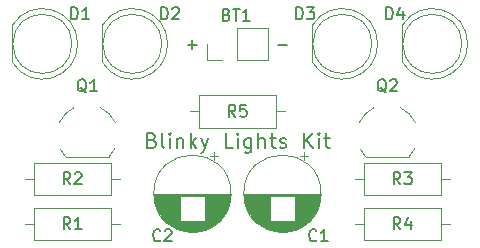
<source format=gbr>
G04 #@! TF.GenerationSoftware,KiCad,Pcbnew,(6.0.6)*
G04 #@! TF.CreationDate,2022-07-01T01:06:20-04:00*
G04 #@! TF.ProjectId,C,432e6b69-6361-4645-9f70-636258585858,rev?*
G04 #@! TF.SameCoordinates,Original*
G04 #@! TF.FileFunction,Legend,Top*
G04 #@! TF.FilePolarity,Positive*
%FSLAX46Y46*%
G04 Gerber Fmt 4.6, Leading zero omitted, Abs format (unit mm)*
G04 Created by KiCad (PCBNEW (6.0.6)) date 2022-07-01 01:06:20*
%MOMM*%
%LPD*%
G01*
G04 APERTURE LIST*
%ADD10C,0.150000*%
%ADD11C,0.152400*%
%ADD12C,0.120000*%
G04 APERTURE END LIST*
D10*
X154559047Y-81351428D02*
X155320952Y-81351428D01*
X154940000Y-81732380D02*
X154940000Y-80970476D01*
D11*
X151523095Y-89444285D02*
X151704523Y-89504761D01*
X151765000Y-89565238D01*
X151825476Y-89686190D01*
X151825476Y-89867619D01*
X151765000Y-89988571D01*
X151704523Y-90049047D01*
X151583571Y-90109523D01*
X151099761Y-90109523D01*
X151099761Y-88839523D01*
X151523095Y-88839523D01*
X151644047Y-88900000D01*
X151704523Y-88960476D01*
X151765000Y-89081428D01*
X151765000Y-89202380D01*
X151704523Y-89323333D01*
X151644047Y-89383809D01*
X151523095Y-89444285D01*
X151099761Y-89444285D01*
X152551190Y-90109523D02*
X152430238Y-90049047D01*
X152369761Y-89928095D01*
X152369761Y-88839523D01*
X153035000Y-90109523D02*
X153035000Y-89262857D01*
X153035000Y-88839523D02*
X152974523Y-88900000D01*
X153035000Y-88960476D01*
X153095476Y-88900000D01*
X153035000Y-88839523D01*
X153035000Y-88960476D01*
X153639761Y-89262857D02*
X153639761Y-90109523D01*
X153639761Y-89383809D02*
X153700238Y-89323333D01*
X153821190Y-89262857D01*
X154002619Y-89262857D01*
X154123571Y-89323333D01*
X154184047Y-89444285D01*
X154184047Y-90109523D01*
X154788809Y-90109523D02*
X154788809Y-88839523D01*
X154909761Y-89625714D02*
X155272619Y-90109523D01*
X155272619Y-89262857D02*
X154788809Y-89746666D01*
X155695952Y-89262857D02*
X155998333Y-90109523D01*
X156300714Y-89262857D02*
X155998333Y-90109523D01*
X155877380Y-90411904D01*
X155816904Y-90472380D01*
X155695952Y-90532857D01*
X158356904Y-90109523D02*
X157752142Y-90109523D01*
X157752142Y-88839523D01*
X158780238Y-90109523D02*
X158780238Y-89262857D01*
X158780238Y-88839523D02*
X158719761Y-88900000D01*
X158780238Y-88960476D01*
X158840714Y-88900000D01*
X158780238Y-88839523D01*
X158780238Y-88960476D01*
X159929285Y-89262857D02*
X159929285Y-90290952D01*
X159868809Y-90411904D01*
X159808333Y-90472380D01*
X159687380Y-90532857D01*
X159505952Y-90532857D01*
X159385000Y-90472380D01*
X159929285Y-90049047D02*
X159808333Y-90109523D01*
X159566428Y-90109523D01*
X159445476Y-90049047D01*
X159385000Y-89988571D01*
X159324523Y-89867619D01*
X159324523Y-89504761D01*
X159385000Y-89383809D01*
X159445476Y-89323333D01*
X159566428Y-89262857D01*
X159808333Y-89262857D01*
X159929285Y-89323333D01*
X160534047Y-90109523D02*
X160534047Y-88839523D01*
X161078333Y-90109523D02*
X161078333Y-89444285D01*
X161017857Y-89323333D01*
X160896904Y-89262857D01*
X160715476Y-89262857D01*
X160594523Y-89323333D01*
X160534047Y-89383809D01*
X161501666Y-89262857D02*
X161985476Y-89262857D01*
X161683095Y-88839523D02*
X161683095Y-89928095D01*
X161743571Y-90049047D01*
X161864523Y-90109523D01*
X161985476Y-90109523D01*
X162348333Y-90049047D02*
X162469285Y-90109523D01*
X162711190Y-90109523D01*
X162832142Y-90049047D01*
X162892619Y-89928095D01*
X162892619Y-89867619D01*
X162832142Y-89746666D01*
X162711190Y-89686190D01*
X162529761Y-89686190D01*
X162408809Y-89625714D01*
X162348333Y-89504761D01*
X162348333Y-89444285D01*
X162408809Y-89323333D01*
X162529761Y-89262857D01*
X162711190Y-89262857D01*
X162832142Y-89323333D01*
X164404523Y-90109523D02*
X164404523Y-88839523D01*
X165130238Y-90109523D02*
X164585952Y-89383809D01*
X165130238Y-88839523D02*
X164404523Y-89565238D01*
X165674523Y-90109523D02*
X165674523Y-89262857D01*
X165674523Y-88839523D02*
X165614047Y-88900000D01*
X165674523Y-88960476D01*
X165735000Y-88900000D01*
X165674523Y-88839523D01*
X165674523Y-88960476D01*
X166097857Y-89262857D02*
X166581666Y-89262857D01*
X166279285Y-88839523D02*
X166279285Y-89928095D01*
X166339761Y-90049047D01*
X166460714Y-90109523D01*
X166581666Y-90109523D01*
D10*
X162179047Y-81351428D02*
X162940952Y-81351428D01*
X157837285Y-78795571D02*
X157980142Y-78843190D01*
X158027761Y-78890809D01*
X158075380Y-78986047D01*
X158075380Y-79128904D01*
X158027761Y-79224142D01*
X157980142Y-79271761D01*
X157884904Y-79319380D01*
X157503952Y-79319380D01*
X157503952Y-78319380D01*
X157837285Y-78319380D01*
X157932523Y-78367000D01*
X157980142Y-78414619D01*
X158027761Y-78509857D01*
X158027761Y-78605095D01*
X157980142Y-78700333D01*
X157932523Y-78747952D01*
X157837285Y-78795571D01*
X157503952Y-78795571D01*
X158361095Y-78319380D02*
X158932523Y-78319380D01*
X158646809Y-79319380D02*
X158646809Y-78319380D01*
X159789666Y-79319380D02*
X159218238Y-79319380D01*
X159503952Y-79319380D02*
X159503952Y-78319380D01*
X159408714Y-78462238D01*
X159313476Y-78557476D01*
X159218238Y-78605095D01*
X144676904Y-79192380D02*
X144676904Y-78192380D01*
X144915000Y-78192380D01*
X145057857Y-78240000D01*
X145153095Y-78335238D01*
X145200714Y-78430476D01*
X145248333Y-78620952D01*
X145248333Y-78763809D01*
X145200714Y-78954285D01*
X145153095Y-79049523D01*
X145057857Y-79144761D01*
X144915000Y-79192380D01*
X144676904Y-79192380D01*
X146200714Y-79192380D02*
X145629285Y-79192380D01*
X145915000Y-79192380D02*
X145915000Y-78192380D01*
X145819761Y-78335238D01*
X145724523Y-78430476D01*
X145629285Y-78478095D01*
X152296904Y-79192380D02*
X152296904Y-78192380D01*
X152535000Y-78192380D01*
X152677857Y-78240000D01*
X152773095Y-78335238D01*
X152820714Y-78430476D01*
X152868333Y-78620952D01*
X152868333Y-78763809D01*
X152820714Y-78954285D01*
X152773095Y-79049523D01*
X152677857Y-79144761D01*
X152535000Y-79192380D01*
X152296904Y-79192380D01*
X153249285Y-78287619D02*
X153296904Y-78240000D01*
X153392142Y-78192380D01*
X153630238Y-78192380D01*
X153725476Y-78240000D01*
X153773095Y-78287619D01*
X153820714Y-78382857D01*
X153820714Y-78478095D01*
X153773095Y-78620952D01*
X153201666Y-79192380D01*
X153820714Y-79192380D01*
X163726904Y-79192380D02*
X163726904Y-78192380D01*
X163965000Y-78192380D01*
X164107857Y-78240000D01*
X164203095Y-78335238D01*
X164250714Y-78430476D01*
X164298333Y-78620952D01*
X164298333Y-78763809D01*
X164250714Y-78954285D01*
X164203095Y-79049523D01*
X164107857Y-79144761D01*
X163965000Y-79192380D01*
X163726904Y-79192380D01*
X164631666Y-78192380D02*
X165250714Y-78192380D01*
X164917380Y-78573333D01*
X165060238Y-78573333D01*
X165155476Y-78620952D01*
X165203095Y-78668571D01*
X165250714Y-78763809D01*
X165250714Y-79001904D01*
X165203095Y-79097142D01*
X165155476Y-79144761D01*
X165060238Y-79192380D01*
X164774523Y-79192380D01*
X164679285Y-79144761D01*
X164631666Y-79097142D01*
X144613333Y-96972380D02*
X144280000Y-96496190D01*
X144041904Y-96972380D02*
X144041904Y-95972380D01*
X144422857Y-95972380D01*
X144518095Y-96020000D01*
X144565714Y-96067619D01*
X144613333Y-96162857D01*
X144613333Y-96305714D01*
X144565714Y-96400952D01*
X144518095Y-96448571D01*
X144422857Y-96496190D01*
X144041904Y-96496190D01*
X145565714Y-96972380D02*
X144994285Y-96972380D01*
X145280000Y-96972380D02*
X145280000Y-95972380D01*
X145184761Y-96115238D01*
X145089523Y-96210476D01*
X144994285Y-96258095D01*
X144613333Y-93162380D02*
X144280000Y-92686190D01*
X144041904Y-93162380D02*
X144041904Y-92162380D01*
X144422857Y-92162380D01*
X144518095Y-92210000D01*
X144565714Y-92257619D01*
X144613333Y-92352857D01*
X144613333Y-92495714D01*
X144565714Y-92590952D01*
X144518095Y-92638571D01*
X144422857Y-92686190D01*
X144041904Y-92686190D01*
X144994285Y-92257619D02*
X145041904Y-92210000D01*
X145137142Y-92162380D01*
X145375238Y-92162380D01*
X145470476Y-92210000D01*
X145518095Y-92257619D01*
X145565714Y-92352857D01*
X145565714Y-92448095D01*
X145518095Y-92590952D01*
X144946666Y-93162380D01*
X145565714Y-93162380D01*
X172553333Y-93162380D02*
X172220000Y-92686190D01*
X171981904Y-93162380D02*
X171981904Y-92162380D01*
X172362857Y-92162380D01*
X172458095Y-92210000D01*
X172505714Y-92257619D01*
X172553333Y-92352857D01*
X172553333Y-92495714D01*
X172505714Y-92590952D01*
X172458095Y-92638571D01*
X172362857Y-92686190D01*
X171981904Y-92686190D01*
X172886666Y-92162380D02*
X173505714Y-92162380D01*
X173172380Y-92543333D01*
X173315238Y-92543333D01*
X173410476Y-92590952D01*
X173458095Y-92638571D01*
X173505714Y-92733809D01*
X173505714Y-92971904D01*
X173458095Y-93067142D01*
X173410476Y-93114761D01*
X173315238Y-93162380D01*
X173029523Y-93162380D01*
X172934285Y-93114761D01*
X172886666Y-93067142D01*
X172553333Y-96972380D02*
X172220000Y-96496190D01*
X171981904Y-96972380D02*
X171981904Y-95972380D01*
X172362857Y-95972380D01*
X172458095Y-96020000D01*
X172505714Y-96067619D01*
X172553333Y-96162857D01*
X172553333Y-96305714D01*
X172505714Y-96400952D01*
X172458095Y-96448571D01*
X172362857Y-96496190D01*
X171981904Y-96496190D01*
X173410476Y-96305714D02*
X173410476Y-96972380D01*
X173172380Y-95924761D02*
X172934285Y-96639047D01*
X173553333Y-96639047D01*
X158583333Y-87447380D02*
X158250000Y-86971190D01*
X158011904Y-87447380D02*
X158011904Y-86447380D01*
X158392857Y-86447380D01*
X158488095Y-86495000D01*
X158535714Y-86542619D01*
X158583333Y-86637857D01*
X158583333Y-86780714D01*
X158535714Y-86875952D01*
X158488095Y-86923571D01*
X158392857Y-86971190D01*
X158011904Y-86971190D01*
X159488095Y-86447380D02*
X159011904Y-86447380D01*
X158964285Y-86923571D01*
X159011904Y-86875952D01*
X159107142Y-86828333D01*
X159345238Y-86828333D01*
X159440476Y-86875952D01*
X159488095Y-86923571D01*
X159535714Y-87018809D01*
X159535714Y-87256904D01*
X159488095Y-87352142D01*
X159440476Y-87399761D01*
X159345238Y-87447380D01*
X159107142Y-87447380D01*
X159011904Y-87399761D01*
X158964285Y-87352142D01*
X171346904Y-79192380D02*
X171346904Y-78192380D01*
X171585000Y-78192380D01*
X171727857Y-78240000D01*
X171823095Y-78335238D01*
X171870714Y-78430476D01*
X171918333Y-78620952D01*
X171918333Y-78763809D01*
X171870714Y-78954285D01*
X171823095Y-79049523D01*
X171727857Y-79144761D01*
X171585000Y-79192380D01*
X171346904Y-79192380D01*
X172775476Y-78525714D02*
X172775476Y-79192380D01*
X172537380Y-78144761D02*
X172299285Y-78859047D01*
X172918333Y-78859047D01*
X152233333Y-97893142D02*
X152185714Y-97940761D01*
X152042857Y-97988380D01*
X151947619Y-97988380D01*
X151804761Y-97940761D01*
X151709523Y-97845523D01*
X151661904Y-97750285D01*
X151614285Y-97559809D01*
X151614285Y-97416952D01*
X151661904Y-97226476D01*
X151709523Y-97131238D01*
X151804761Y-97036000D01*
X151947619Y-96988380D01*
X152042857Y-96988380D01*
X152185714Y-97036000D01*
X152233333Y-97083619D01*
X152614285Y-97083619D02*
X152661904Y-97036000D01*
X152757142Y-96988380D01*
X152995238Y-96988380D01*
X153090476Y-97036000D01*
X153138095Y-97083619D01*
X153185714Y-97178857D01*
X153185714Y-97274095D01*
X153138095Y-97416952D01*
X152566666Y-97988380D01*
X153185714Y-97988380D01*
X165441333Y-97893142D02*
X165393714Y-97940761D01*
X165250857Y-97988380D01*
X165155619Y-97988380D01*
X165012761Y-97940761D01*
X164917523Y-97845523D01*
X164869904Y-97750285D01*
X164822285Y-97559809D01*
X164822285Y-97416952D01*
X164869904Y-97226476D01*
X164917523Y-97131238D01*
X165012761Y-97036000D01*
X165155619Y-96988380D01*
X165250857Y-96988380D01*
X165393714Y-97036000D01*
X165441333Y-97083619D01*
X166393714Y-97988380D02*
X165822285Y-97988380D01*
X166108000Y-97988380D02*
X166108000Y-96988380D01*
X166012761Y-97131238D01*
X165917523Y-97226476D01*
X165822285Y-97274095D01*
X145964761Y-85392619D02*
X145869523Y-85345000D01*
X145774285Y-85249761D01*
X145631428Y-85106904D01*
X145536190Y-85059285D01*
X145440952Y-85059285D01*
X145488571Y-85297380D02*
X145393333Y-85249761D01*
X145298095Y-85154523D01*
X145250476Y-84964047D01*
X145250476Y-84630714D01*
X145298095Y-84440238D01*
X145393333Y-84345000D01*
X145488571Y-84297380D01*
X145679047Y-84297380D01*
X145774285Y-84345000D01*
X145869523Y-84440238D01*
X145917142Y-84630714D01*
X145917142Y-84964047D01*
X145869523Y-85154523D01*
X145774285Y-85249761D01*
X145679047Y-85297380D01*
X145488571Y-85297380D01*
X146869523Y-85297380D02*
X146298095Y-85297380D01*
X146583809Y-85297380D02*
X146583809Y-84297380D01*
X146488571Y-84440238D01*
X146393333Y-84535476D01*
X146298095Y-84583095D01*
X171364761Y-85392619D02*
X171269523Y-85345000D01*
X171174285Y-85249761D01*
X171031428Y-85106904D01*
X170936190Y-85059285D01*
X170840952Y-85059285D01*
X170888571Y-85297380D02*
X170793333Y-85249761D01*
X170698095Y-85154523D01*
X170650476Y-84964047D01*
X170650476Y-84630714D01*
X170698095Y-84440238D01*
X170793333Y-84345000D01*
X170888571Y-84297380D01*
X171079047Y-84297380D01*
X171174285Y-84345000D01*
X171269523Y-84440238D01*
X171317142Y-84630714D01*
X171317142Y-84964047D01*
X171269523Y-85154523D01*
X171174285Y-85249761D01*
X171079047Y-85297380D01*
X170888571Y-85297380D01*
X171698095Y-84392619D02*
X171745714Y-84345000D01*
X171840952Y-84297380D01*
X172079047Y-84297380D01*
X172174285Y-84345000D01*
X172221904Y-84392619D01*
X172269523Y-84487857D01*
X172269523Y-84583095D01*
X172221904Y-84725952D01*
X171650476Y-85297380D01*
X172269523Y-85297380D01*
D12*
X158750000Y-79950000D02*
X161350000Y-79950000D01*
X158750000Y-82610000D02*
X161350000Y-82610000D01*
X157480000Y-82610000D02*
X156150000Y-82610000D01*
X161350000Y-82610000D02*
X161350000Y-79950000D01*
X158750000Y-82610000D02*
X158750000Y-79950000D01*
X156150000Y-82610000D02*
X156150000Y-81280000D01*
X139680000Y-79735000D02*
X139680000Y-82825000D01*
X145230000Y-81280462D02*
G75*
G03*
X139680000Y-79735170I-2990000J462D01*
G01*
X139680000Y-82824830D02*
G75*
G03*
X145230000Y-81279538I2560000J1544830D01*
G01*
X144740000Y-81280000D02*
G75*
G03*
X144740000Y-81280000I-2500000J0D01*
G01*
X147300000Y-79735000D02*
X147300000Y-82825000D01*
X147300000Y-82824830D02*
G75*
G03*
X152850000Y-81279538I2560000J1544830D01*
G01*
X152850000Y-81280462D02*
G75*
G03*
X147300000Y-79735170I-2990000J462D01*
G01*
X152360000Y-81280000D02*
G75*
G03*
X152360000Y-81280000I-2500000J0D01*
G01*
X165080000Y-79735000D02*
X165080000Y-82825000D01*
X170630000Y-81280462D02*
G75*
G03*
X165080000Y-79735170I-2990000J462D01*
G01*
X165080000Y-82824830D02*
G75*
G03*
X170630000Y-81279538I2560000J1544830D01*
G01*
X170140000Y-81280000D02*
G75*
G03*
X170140000Y-81280000I-2500000J0D01*
G01*
X148820000Y-96520000D02*
X148050000Y-96520000D01*
X148050000Y-95150000D02*
X141510000Y-95150000D01*
X148050000Y-97890000D02*
X148050000Y-95150000D01*
X141510000Y-95150000D02*
X141510000Y-97890000D01*
X141510000Y-97890000D02*
X148050000Y-97890000D01*
X140740000Y-96520000D02*
X141510000Y-96520000D01*
X141510000Y-94080000D02*
X148050000Y-94080000D01*
X148050000Y-94080000D02*
X148050000Y-91340000D01*
X140740000Y-92710000D02*
X141510000Y-92710000D01*
X148050000Y-91340000D02*
X141510000Y-91340000D01*
X141510000Y-91340000D02*
X141510000Y-94080000D01*
X148820000Y-92710000D02*
X148050000Y-92710000D01*
X168680000Y-92710000D02*
X169450000Y-92710000D01*
X169450000Y-94080000D02*
X175990000Y-94080000D01*
X176760000Y-92710000D02*
X175990000Y-92710000D01*
X175990000Y-91340000D02*
X169450000Y-91340000D01*
X169450000Y-91340000D02*
X169450000Y-94080000D01*
X175990000Y-94080000D02*
X175990000Y-91340000D01*
X169450000Y-97890000D02*
X175990000Y-97890000D01*
X175990000Y-97890000D02*
X175990000Y-95150000D01*
X176760000Y-96520000D02*
X175990000Y-96520000D01*
X168680000Y-96520000D02*
X169450000Y-96520000D01*
X169450000Y-95150000D02*
X169450000Y-97890000D01*
X175990000Y-95150000D02*
X169450000Y-95150000D01*
X162790000Y-86995000D02*
X162020000Y-86995000D01*
X155480000Y-85625000D02*
X155480000Y-88365000D01*
X154710000Y-86995000D02*
X155480000Y-86995000D01*
X162020000Y-85625000D02*
X155480000Y-85625000D01*
X162020000Y-88365000D02*
X162020000Y-85625000D01*
X155480000Y-88365000D02*
X162020000Y-88365000D01*
X172700000Y-79735000D02*
X172700000Y-82825000D01*
X178250000Y-81280462D02*
G75*
G03*
X172700000Y-79735170I-2990000J462D01*
G01*
X172700000Y-82824830D02*
G75*
G03*
X178250000Y-81279538I2560000J1544830D01*
G01*
X177760000Y-81280000D02*
G75*
G03*
X177760000Y-81280000I-2500000J0D01*
G01*
X153900000Y-96081000D02*
X152490000Y-96081000D01*
X153900000Y-94480000D02*
X151751000Y-94480000D01*
X157656000Y-95721000D02*
X155980000Y-95721000D01*
X157682000Y-95681000D02*
X155980000Y-95681000D01*
X153900000Y-95241000D02*
X151970000Y-95241000D01*
X158146000Y-94360000D02*
X155980000Y-94360000D01*
X158164000Y-94160000D02*
X151716000Y-94160000D01*
X156202000Y-96961000D02*
X153678000Y-96961000D01*
X157987000Y-95041000D02*
X155980000Y-95041000D01*
X153900000Y-94841000D02*
X151830000Y-94841000D01*
X153900000Y-95361000D02*
X152024000Y-95361000D01*
X153900000Y-94761000D02*
X151809000Y-94761000D01*
X157122000Y-96361000D02*
X152758000Y-96361000D01*
X158038000Y-94881000D02*
X155980000Y-94881000D01*
X153900000Y-94360000D02*
X151734000Y-94360000D01*
X157958000Y-95121000D02*
X155980000Y-95121000D01*
X153900000Y-95081000D02*
X151907000Y-95081000D01*
X156105000Y-97001000D02*
X153775000Y-97001000D01*
X157926000Y-95201000D02*
X155980000Y-95201000D01*
X156774000Y-96641000D02*
X153106000Y-96641000D01*
X153900000Y-95801000D02*
X152276000Y-95801000D01*
X157816000Y-95441000D02*
X155980000Y-95441000D01*
X153900000Y-94560000D02*
X151765000Y-94560000D01*
X153900000Y-95601000D02*
X152150000Y-95601000D01*
X153900000Y-95401000D02*
X152044000Y-95401000D01*
X155573000Y-97161000D02*
X154307000Y-97161000D01*
X157518000Y-95921000D02*
X155980000Y-95921000D01*
X153900000Y-95281000D02*
X151988000Y-95281000D01*
X153900000Y-95721000D02*
X152224000Y-95721000D01*
X153900000Y-95561000D02*
X152128000Y-95561000D01*
X155999000Y-97041000D02*
X153881000Y-97041000D01*
X158155000Y-94280000D02*
X155980000Y-94280000D01*
X153900000Y-94640000D02*
X151781000Y-94640000D01*
X157730000Y-95601000D02*
X155980000Y-95601000D01*
X158071000Y-94761000D02*
X155980000Y-94761000D01*
X158141000Y-94400000D02*
X155980000Y-94400000D01*
X153900000Y-95921000D02*
X152362000Y-95921000D01*
X153900000Y-94240000D02*
X151722000Y-94240000D01*
X157205000Y-96281000D02*
X152675000Y-96281000D01*
X153900000Y-96001000D02*
X152424000Y-96001000D01*
X156290000Y-96921000D02*
X153590000Y-96921000D01*
X153900000Y-95161000D02*
X151938000Y-95161000D01*
X157245000Y-96241000D02*
X155980000Y-96241000D01*
X153900000Y-94600000D02*
X151773000Y-94600000D01*
X158167000Y-94120000D02*
X151713000Y-94120000D01*
X157856000Y-95361000D02*
X155980000Y-95361000D01*
X153900000Y-96241000D02*
X152635000Y-96241000D01*
X157973000Y-95081000D02*
X155980000Y-95081000D01*
X153900000Y-96041000D02*
X152456000Y-96041000D01*
X153900000Y-95521000D02*
X152106000Y-95521000D01*
X155342000Y-97201000D02*
X154538000Y-97201000D01*
X158026000Y-94921000D02*
X155980000Y-94921000D01*
X156884000Y-96561000D02*
X152996000Y-96561000D01*
X158061000Y-94801000D02*
X155980000Y-94801000D01*
X157874000Y-95321000D02*
X155980000Y-95321000D01*
X158170000Y-94040000D02*
X151710000Y-94040000D01*
X153900000Y-95001000D02*
X151879000Y-95001000D01*
X157892000Y-95281000D02*
X155980000Y-95281000D01*
X153900000Y-95641000D02*
X152174000Y-95641000D01*
X157456000Y-96001000D02*
X155980000Y-96001000D01*
X157706000Y-95641000D02*
X155980000Y-95641000D01*
X153900000Y-95761000D02*
X152250000Y-95761000D01*
X158162000Y-94200000D02*
X155980000Y-94200000D01*
X153900000Y-95041000D02*
X151893000Y-95041000D01*
X158090000Y-94681000D02*
X155980000Y-94681000D01*
X157320000Y-96161000D02*
X155980000Y-96161000D01*
X156521000Y-96801000D02*
X153359000Y-96801000D01*
X153900000Y-95321000D02*
X152006000Y-95321000D01*
X156590000Y-96761000D02*
X153290000Y-96761000D01*
X157836000Y-95401000D02*
X155980000Y-95401000D01*
X153900000Y-94280000D02*
X151725000Y-94280000D01*
X153900000Y-95481000D02*
X152084000Y-95481000D01*
X153900000Y-94921000D02*
X151854000Y-94921000D01*
X153900000Y-96121000D02*
X152524000Y-96121000D01*
X157356000Y-96121000D02*
X155980000Y-96121000D01*
X157576000Y-95841000D02*
X155980000Y-95841000D01*
X157390000Y-96081000D02*
X155980000Y-96081000D01*
X157032000Y-96441000D02*
X152848000Y-96441000D01*
X157630000Y-95761000D02*
X155980000Y-95761000D01*
X158170000Y-93960000D02*
X151710000Y-93960000D01*
X153900000Y-94881000D02*
X151842000Y-94881000D01*
X153900000Y-94721000D02*
X151799000Y-94721000D01*
X157774000Y-95521000D02*
X155980000Y-95521000D01*
X156449000Y-96841000D02*
X153431000Y-96841000D01*
X153900000Y-94440000D02*
X151745000Y-94440000D01*
X158014000Y-94961000D02*
X155980000Y-94961000D01*
X153900000Y-96161000D02*
X152560000Y-96161000D01*
X157488000Y-95961000D02*
X155980000Y-95961000D01*
X157752000Y-95561000D02*
X155980000Y-95561000D01*
X153900000Y-94400000D02*
X151739000Y-94400000D01*
X156984000Y-96481000D02*
X152896000Y-96481000D01*
X157547000Y-95881000D02*
X155980000Y-95881000D01*
X158158000Y-94240000D02*
X155980000Y-94240000D01*
X157796000Y-95481000D02*
X155980000Y-95481000D01*
X156372000Y-96881000D02*
X153508000Y-96881000D01*
X156935000Y-96521000D02*
X152945000Y-96521000D01*
X153900000Y-96201000D02*
X152597000Y-96201000D01*
X153900000Y-95121000D02*
X151922000Y-95121000D01*
X156654000Y-96721000D02*
X153226000Y-96721000D01*
X153900000Y-95441000D02*
X152064000Y-95441000D01*
X158151000Y-94320000D02*
X155980000Y-94320000D01*
X157604000Y-95801000D02*
X155980000Y-95801000D01*
X156830000Y-96601000D02*
X153050000Y-96601000D01*
X158168000Y-94080000D02*
X151712000Y-94080000D01*
X157283000Y-96201000D02*
X155980000Y-96201000D01*
X155880000Y-97081000D02*
X154000000Y-97081000D01*
X153900000Y-95201000D02*
X151954000Y-95201000D01*
X157164000Y-96321000D02*
X152716000Y-96321000D01*
X153900000Y-94520000D02*
X151758000Y-94520000D01*
X155742000Y-97121000D02*
X154138000Y-97121000D01*
X153900000Y-94681000D02*
X151790000Y-94681000D01*
X157094000Y-90774759D02*
X156464000Y-90774759D01*
X153900000Y-94320000D02*
X151729000Y-94320000D01*
X158170000Y-94000000D02*
X151710000Y-94000000D01*
X158122000Y-94520000D02*
X155980000Y-94520000D01*
X158081000Y-94721000D02*
X155980000Y-94721000D01*
X153900000Y-95961000D02*
X152392000Y-95961000D01*
X158135000Y-94440000D02*
X155980000Y-94440000D01*
X158115000Y-94560000D02*
X155980000Y-94560000D01*
X153900000Y-94961000D02*
X151866000Y-94961000D01*
X157910000Y-95241000D02*
X155980000Y-95241000D01*
X153900000Y-94200000D02*
X151718000Y-94200000D01*
X153900000Y-95681000D02*
X152198000Y-95681000D01*
X156716000Y-96681000D02*
X153164000Y-96681000D01*
X153900000Y-95881000D02*
X152333000Y-95881000D01*
X153900000Y-94801000D02*
X151819000Y-94801000D01*
X157942000Y-95161000D02*
X155980000Y-95161000D01*
X157077000Y-96401000D02*
X152803000Y-96401000D01*
X153900000Y-95841000D02*
X152304000Y-95841000D01*
X158001000Y-95001000D02*
X155980000Y-95001000D01*
X157424000Y-96041000D02*
X155980000Y-96041000D01*
X158099000Y-94640000D02*
X155980000Y-94640000D01*
X158107000Y-94600000D02*
X155980000Y-94600000D01*
X156779000Y-90459759D02*
X156779000Y-91089759D01*
X158129000Y-94480000D02*
X155980000Y-94480000D01*
X158050000Y-94841000D02*
X155980000Y-94841000D01*
X158210000Y-93960000D02*
G75*
G03*
X158210000Y-93960000I-3270000J0D01*
G01*
X165749000Y-94480000D02*
X163600000Y-94480000D01*
X165710000Y-94681000D02*
X163600000Y-94681000D01*
X161520000Y-96081000D02*
X160110000Y-96081000D01*
X161520000Y-95041000D02*
X159513000Y-95041000D01*
X165658000Y-94881000D02*
X163600000Y-94881000D01*
X164274000Y-96721000D02*
X160846000Y-96721000D01*
X165350000Y-95601000D02*
X163600000Y-95601000D01*
X165788000Y-94080000D02*
X159332000Y-94080000D01*
X165276000Y-95721000D02*
X163600000Y-95721000D01*
X161520000Y-94400000D02*
X159359000Y-94400000D01*
X165546000Y-95201000D02*
X163600000Y-95201000D01*
X161520000Y-95641000D02*
X159794000Y-95641000D01*
X163193000Y-97161000D02*
X161927000Y-97161000D01*
X161520000Y-95401000D02*
X159664000Y-95401000D01*
X165766000Y-94360000D02*
X163600000Y-94360000D01*
X161520000Y-94480000D02*
X159371000Y-94480000D01*
X161520000Y-96041000D02*
X160076000Y-96041000D01*
X161520000Y-96241000D02*
X160255000Y-96241000D01*
X165076000Y-96001000D02*
X163600000Y-96001000D01*
X165593000Y-95081000D02*
X163600000Y-95081000D01*
X161520000Y-95561000D02*
X159748000Y-95561000D01*
X163362000Y-97121000D02*
X161758000Y-97121000D01*
X161520000Y-94721000D02*
X159419000Y-94721000D01*
X163992000Y-96881000D02*
X161128000Y-96881000D01*
X161520000Y-94280000D02*
X159345000Y-94280000D01*
X161520000Y-96201000D02*
X160217000Y-96201000D01*
X161520000Y-95161000D02*
X159558000Y-95161000D01*
X164394000Y-96641000D02*
X160726000Y-96641000D01*
X165778000Y-94240000D02*
X163600000Y-94240000D01*
X165607000Y-95041000D02*
X163600000Y-95041000D01*
X161520000Y-94801000D02*
X159439000Y-94801000D01*
X165562000Y-95161000D02*
X163600000Y-95161000D01*
X161520000Y-95801000D02*
X159896000Y-95801000D01*
X163500000Y-97081000D02*
X161620000Y-97081000D01*
X161520000Y-95841000D02*
X159924000Y-95841000D01*
X161520000Y-95521000D02*
X159726000Y-95521000D01*
X164742000Y-96361000D02*
X160378000Y-96361000D01*
X165761000Y-94400000D02*
X163600000Y-94400000D01*
X164976000Y-96121000D02*
X163600000Y-96121000D01*
X165512000Y-95281000D02*
X163600000Y-95281000D01*
X164825000Y-96281000D02*
X160295000Y-96281000D01*
X161520000Y-94681000D02*
X159410000Y-94681000D01*
X164903000Y-96201000D02*
X163600000Y-96201000D01*
X161520000Y-94881000D02*
X159462000Y-94881000D01*
X165755000Y-94440000D02*
X163600000Y-94440000D01*
X165372000Y-95561000D02*
X163600000Y-95561000D01*
X165646000Y-94921000D02*
X163600000Y-94921000D01*
X161520000Y-95361000D02*
X159644000Y-95361000D01*
X163619000Y-97041000D02*
X161501000Y-97041000D01*
X161520000Y-96121000D02*
X160144000Y-96121000D01*
X163822000Y-96961000D02*
X161298000Y-96961000D01*
X165436000Y-95441000D02*
X163600000Y-95441000D01*
X165790000Y-94040000D02*
X159330000Y-94040000D01*
X161520000Y-95281000D02*
X159608000Y-95281000D01*
X165476000Y-95361000D02*
X163600000Y-95361000D01*
X161520000Y-95761000D02*
X159870000Y-95761000D01*
X165108000Y-95961000D02*
X163600000Y-95961000D01*
X164555000Y-96521000D02*
X160565000Y-96521000D01*
X164210000Y-96761000D02*
X160910000Y-96761000D01*
X165775000Y-94280000D02*
X163600000Y-94280000D01*
X165196000Y-95841000D02*
X163600000Y-95841000D01*
X165302000Y-95681000D02*
X163600000Y-95681000D01*
X161520000Y-95121000D02*
X159542000Y-95121000D01*
X165010000Y-96081000D02*
X163600000Y-96081000D01*
X161520000Y-94600000D02*
X159393000Y-94600000D01*
X164450000Y-96601000D02*
X160670000Y-96601000D01*
X165670000Y-94841000D02*
X163600000Y-94841000D01*
X161520000Y-94921000D02*
X159474000Y-94921000D01*
X161520000Y-94761000D02*
X159429000Y-94761000D01*
X165735000Y-94560000D02*
X163600000Y-94560000D01*
X161520000Y-95961000D02*
X160012000Y-95961000D01*
X161520000Y-94961000D02*
X159486000Y-94961000D01*
X161520000Y-94320000D02*
X159349000Y-94320000D01*
X164714000Y-90774759D02*
X164084000Y-90774759D01*
X165790000Y-94000000D02*
X159330000Y-94000000D01*
X165416000Y-95481000D02*
X163600000Y-95481000D01*
X165727000Y-94600000D02*
X163600000Y-94600000D01*
X164865000Y-96241000D02*
X163600000Y-96241000D01*
X164069000Y-96841000D02*
X161051000Y-96841000D01*
X161520000Y-95241000D02*
X159590000Y-95241000D01*
X163725000Y-97001000D02*
X161395000Y-97001000D01*
X161520000Y-95881000D02*
X159953000Y-95881000D01*
X161520000Y-94440000D02*
X159365000Y-94440000D01*
X165701000Y-94721000D02*
X163600000Y-94721000D01*
X164652000Y-96441000D02*
X160468000Y-96441000D01*
X165790000Y-93960000D02*
X159330000Y-93960000D01*
X165167000Y-95881000D02*
X163600000Y-95881000D01*
X165326000Y-95641000D02*
X163600000Y-95641000D01*
X161520000Y-95681000D02*
X159818000Y-95681000D01*
X161520000Y-94200000D02*
X159338000Y-94200000D01*
X161520000Y-95081000D02*
X159527000Y-95081000D01*
X162962000Y-97201000D02*
X162158000Y-97201000D01*
X165621000Y-95001000D02*
X163600000Y-95001000D01*
X161520000Y-95601000D02*
X159770000Y-95601000D01*
X161520000Y-95481000D02*
X159704000Y-95481000D01*
X165681000Y-94801000D02*
X163600000Y-94801000D01*
X161520000Y-94640000D02*
X159401000Y-94640000D01*
X165394000Y-95521000D02*
X163600000Y-95521000D01*
X161520000Y-96161000D02*
X160180000Y-96161000D01*
X165742000Y-94520000D02*
X163600000Y-94520000D01*
X161520000Y-95201000D02*
X159574000Y-95201000D01*
X164697000Y-96401000D02*
X160423000Y-96401000D01*
X164504000Y-96561000D02*
X160616000Y-96561000D01*
X165044000Y-96041000D02*
X163600000Y-96041000D01*
X165530000Y-95241000D02*
X163600000Y-95241000D01*
X165456000Y-95401000D02*
X163600000Y-95401000D01*
X161520000Y-95921000D02*
X159982000Y-95921000D01*
X161520000Y-95721000D02*
X159844000Y-95721000D01*
X165634000Y-94961000D02*
X163600000Y-94961000D01*
X164940000Y-96161000D02*
X163600000Y-96161000D01*
X165494000Y-95321000D02*
X163600000Y-95321000D01*
X165719000Y-94640000D02*
X163600000Y-94640000D01*
X165771000Y-94320000D02*
X163600000Y-94320000D01*
X161520000Y-95001000D02*
X159499000Y-95001000D01*
X164784000Y-96321000D02*
X160336000Y-96321000D01*
X161520000Y-94520000D02*
X159378000Y-94520000D01*
X163910000Y-96921000D02*
X161210000Y-96921000D01*
X164336000Y-96681000D02*
X160784000Y-96681000D01*
X165784000Y-94160000D02*
X159336000Y-94160000D01*
X165787000Y-94120000D02*
X159333000Y-94120000D01*
X165138000Y-95921000D02*
X163600000Y-95921000D01*
X161520000Y-96001000D02*
X160044000Y-96001000D01*
X161520000Y-94360000D02*
X159354000Y-94360000D01*
X165691000Y-94761000D02*
X163600000Y-94761000D01*
X164141000Y-96801000D02*
X160979000Y-96801000D01*
X164604000Y-96481000D02*
X160516000Y-96481000D01*
X165782000Y-94200000D02*
X163600000Y-94200000D01*
X165250000Y-95761000D02*
X163600000Y-95761000D01*
X161520000Y-95321000D02*
X159626000Y-95321000D01*
X165578000Y-95121000D02*
X163600000Y-95121000D01*
X161520000Y-95441000D02*
X159684000Y-95441000D01*
X161520000Y-94841000D02*
X159450000Y-94841000D01*
X161520000Y-94560000D02*
X159385000Y-94560000D01*
X165224000Y-95801000D02*
X163600000Y-95801000D01*
X161520000Y-94240000D02*
X159342000Y-94240000D01*
X164399000Y-90459759D02*
X164399000Y-91089759D01*
X165830000Y-93960000D02*
G75*
G03*
X165830000Y-93960000I-3270000J0D01*
G01*
X144250000Y-90885000D02*
X147850000Y-90885000D01*
X147850000Y-90885000D02*
G75*
G03*
X148374184Y-90157795I-1800000J1850000D01*
G01*
X148405457Y-87936629D02*
G75*
G03*
X147160000Y-86685000I-2355457J-1098371D01*
G01*
X143725816Y-90157795D02*
G75*
G03*
X144250000Y-90885000I2324184J1122795D01*
G01*
X144910000Y-86685000D02*
G75*
G03*
X143682801Y-87931158I1140000J-2350000D01*
G01*
X169650000Y-90885000D02*
X173250000Y-90885000D01*
X173250000Y-90885000D02*
G75*
G03*
X173774184Y-90157795I-1800000J1850000D01*
G01*
X170310000Y-86685000D02*
G75*
G03*
X169082801Y-87931158I1140000J-2350000D01*
G01*
X169125816Y-90157795D02*
G75*
G03*
X169650000Y-90885000I2324184J1122795D01*
G01*
X173805457Y-87936629D02*
G75*
G03*
X172560000Y-86685000I-2355457J-1098371D01*
G01*
M02*

</source>
